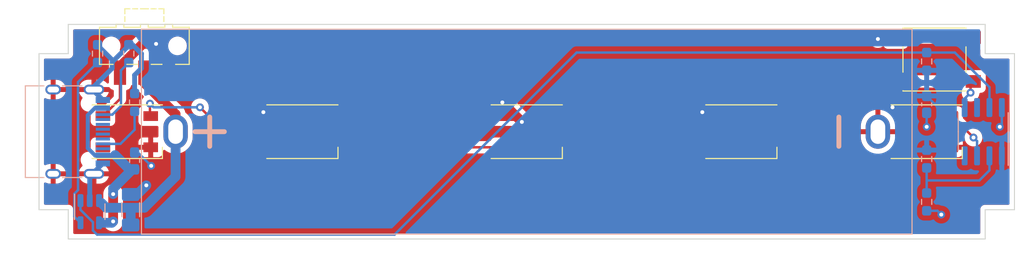
<source format=kicad_pcb>
(kicad_pcb (version 20211014) (generator pcbnew)
  (layers (0 "F.Cu" signal) (31 "B.Cu" signal) (34 "B.Paste" user) (35 "F.Paste" user) (36 "B.SilkS" user "B.Silkscreen") (37 "F.SilkS" user "F.Silkscreen") (38 "B.Mask" user) (39 "F.Mask" user) (44 "Edge.Cuts" user))
  (net 0 "")
  (net 1 "Net-(BT1-Pad1)")
  (net 2 "Earth")
  (net 3 "+BATT")
  (net 4 "+5V")
  (net 5 "Net-(D1-Pad4)")
  (net 6 "Net-(D1-Pad2)")
  (net 7 "Net-(D2-Pad2)")
  (net 8 "Net-(D3-Pad2)")
  (net 9 "Net-(D4-Pad2)")
  (net 12 "Net-(J1-PadB5)")
  (net 17 "Net-(J1-PadA5)")
  (net 19 "Net-(R3-Pad1)")
  (net 20 "/CHGSTAT")
  (net 21 "/BATSTAT")
  (net 22 "Net-(SW1-Pad1)")
  (net 25 "/UPDI")
  (footprint "LED_SMD:LED_WS2812B_PLCC4_5.0x5.0mm_P3.2mm" (layer "F.Cu") (at 109 56)
    (fp_text reference "D3" hide)
    (fp_text value "WS2812B" hide)
    (fp_line (start -3.65 2.75) (end 3.65 2.75) (layer "F.SilkS") (width 0.12))
    (fp_line (start 3.65 2.75) (end 3.65 1.6) (layer "F.SilkS") (width 0.12))
    (fp_line (start -3.65 -2.75) (end 3.65 -2.75) (layer "F.SilkS") (width 0.12))
    (pad "1" smd rect locked (at -2.45 -1.6) (size 1.5 1) (layers "F.Cu" "F.Paste" "F.Mask") (net 3 "+BATT"))
    (pad "2" smd rect locked (at -2.45 1.6) (size 1.5 1) (layers "F.Cu" "F.Paste" "F.Mask") (net 8 "Net-(D3-Pad2)"))
    (pad "3" smd rect locked (at 2.45 1.6) (size 1.5 1) (layers "F.Cu" "F.Paste" "F.Mask") (net 2 "Earth"))
    (pad "4" smd rect locked (at 2.45 -1.6) (size 1.5 1) (layers "F.Cu" "F.Paste" "F.Mask") (net 7 "Net-(D2-Pad2)"))
  )
  (footprint "LED_SMD:LED_WS2812B_PLCC4_5.0x5.0mm_P3.2mm" (layer "F.Cu") (at 131 56)
    (fp_text reference "D2" hide)
    (fp_text value "WS2812B" hide)
    (fp_line (start -3.65 2.75) (end 3.65 2.75) (layer "F.SilkS") (width 0.12))
    (fp_line (start -3.65 -2.75) (end 3.65 -2.75) (layer "F.SilkS") (width 0.12))
    (fp_line (start 3.65 2.75) (end 3.65 1.6) (layer "F.SilkS") (width 0.12))
    (pad "1" smd rect locked (at -2.45 -1.6) (size 1.5 1) (layers "F.Cu" "F.Paste" "F.Mask") (net 3 "+BATT"))
    (pad "2" smd rect locked (at -2.45 1.6) (size 1.5 1) (layers "F.Cu" "F.Paste" "F.Mask") (net 7 "Net-(D2-Pad2)"))
    (pad "3" smd rect locked (at 2.45 1.6) (size 1.5 1) (layers "F.Cu" "F.Paste" "F.Mask") (net 2 "Earth"))
    (pad "4" smd rect locked (at 2.45 -1.6) (size 1.5 1) (layers "F.Cu" "F.Paste" "F.Mask") (net 6 "Net-(D1-Pad2)"))
  )
  (footprint "LED_SMD:LED_WS2812B_PLCC4_5.0x5.0mm_P3.2mm" (layer "F.Cu") (at 86 56)
    (fp_text reference "D4" hide)
    (fp_text value "WS2812B" hide)
    (fp_line (start -3.65 2.75) (end 3.65 2.75) (layer "F.SilkS") (width 0.12))
    (fp_line (start -3.65 -2.75) (end 3.65 -2.75) (layer "F.SilkS") (width 0.12))
    (fp_line (start 3.65 2.75) (end 3.65 1.6) (layer "F.SilkS") (width 0.12))
    (pad "1" smd rect locked (at -2.45 -1.6) (size 1.5 1) (layers "F.Cu" "F.Paste" "F.Mask") (net 3 "+BATT"))
    (pad "2" smd rect locked (at -2.45 1.6) (size 1.5 1) (layers "F.Cu" "F.Paste" "F.Mask") (net 9 "Net-(D4-Pad2)"))
    (pad "3" smd rect locked (at 2.45 1.6) (size 1.5 1) (layers "F.Cu" "F.Paste" "F.Mask") (net 2 "Earth"))
    (pad "4" smd rect locked (at 2.45 -1.6) (size 1.5 1) (layers "F.Cu" "F.Paste" "F.Mask") (net 8 "Net-(D3-Pad2)"))
  )
  (footprint "Button_Switch_SMD:SW_Push_1P1T_NO_6x6mm_H9.5mm" (layer "F.Cu") (at 150.8 48.6 180)
    (fp_text reference "SW1" hide)
    (fp_text value "SW_SPST" hide)
    (fp_line (start -3.23 -3.2) (end -3.23 -3.23) (layer "F.SilkS") (width 0.12))
    (fp_line (start 3.23 3.23) (end 3.23 3.2) (layer "F.SilkS") (width 0.12))
    (fp_line (start 3.23 -3.23) (end 3.23 -3.2) (layer "F.SilkS") (width 0.12))
    (fp_line (start -3.23 3.23) (end -3.23 3.2) (layer "F.SilkS") (width 0.12))
    (fp_line (start -3.23 3.23) (end 3.23 3.23) (layer "F.SilkS") (width 0.12))
    (fp_line (start 3.23 -1.3) (end 3.23 1.3) (layer "F.SilkS") (width 0.12))
    (fp_line (start -3.23 -1.3) (end -3.23 1.3) (layer "F.SilkS") (width 0.12))
    (fp_line (start -3.23 -3.23) (end 3.23 -3.23) (layer "F.SilkS") (width 0.12))
    (pad "1" smd rect locked (at -3.975 -2.25 180) (size 1.55 1.3) (layers "F.Cu" "F.Paste" "F.Mask") (net 22 "Net-(SW1-Pad1)"))
    (pad "1" smd rect locked (at 3.975 -2.25 180) (size 1.55 1.3) (layers "F.Cu" "F.Paste" "F.Mask") (net 22 "Net-(SW1-Pad1)"))
    (pad "2" smd rect locked (at 3.975 2.25 180) (size 1.55 1.3) (layers "F.Cu" "F.Paste" "F.Mask") (net 3 "+BATT"))
    (pad "2" smd rect locked (at -3.975 2.25 180) (size 1.55 1.3) (layers "F.Cu" "F.Paste" "F.Mask") (net 3 "+BATT"))
  )
  (footprint "LED_SMD:LED_WS2812B_PLCC4_5.0x5.0mm_P3.2mm" (layer "F.Cu") (at 150 56)
    (fp_text reference "D1" hide)
    (fp_text value "WS2812B" hide)
    (fp_line (start 3.65 2.75) (end 3.65 1.6) (layer "F.SilkS") (width 0.12))
    (fp_line (start -3.65 -2.75) (end 3.65 -2.75) (layer "F.SilkS") (width 0.12))
    (fp_line (start -3.65 2.75) (end 3.65 2.75) (layer "F.SilkS") (width 0.12))
    (pad "1" smd rect locked (at -2.45 -1.6) (size 1.5 1) (layers "F.Cu" "F.Paste" "F.Mask") (net 3 "+BATT"))
    (pad "2" smd rect locked (at -2.45 1.6) (size 1.5 1) (layers "F.Cu" "F.Paste" "F.Mask") (net 6 "Net-(D1-Pad2)"))
    (pad "3" smd rect locked (at 2.45 1.6) (size 1.5 1) (layers "F.Cu" "F.Paste" "F.Mask") (net 2 "Earth"))
    (pad "4" smd rect locked (at 2.45 -1.6) (size 1.5 1) (layers "F.Cu" "F.Paste" "F.Mask") (net 5 "Net-(D1-Pad4)"))
  )
  (footprint "LED_SMD:LED_WS2812B_PLCC4_5.0x5.0mm_P3.2mm" (layer "F.Cu") (at 68 56)
    (fp_text reference "D5" hide)
    (fp_text value "WS2812B" hide)
    (fp_line (start -3.65 2.75) (end 3.65 2.75) (layer "F.SilkS") (width 0.12))
    (fp_line (start -3.65 -2.75) (end 3.65 -2.75) (layer "F.SilkS") (width 0.12))
    (fp_line (start 3.65 2.75) (end 3.65 1.6) (layer "F.SilkS") (width 0.12))
    (pad "1" smd rect locked (at -2.45 -1.6) (size 1.5 1) (layers "F.Cu" "F.Paste" "F.Mask") (net 3 "+BATT"))
    (pad "2" smd rect locked (at -2.45 1.6) (size 1.5 1) (layers "F.Cu" "F.Paste" "F.Mask"))
    (pad "3" smd rect locked (at 2.45 1.6) (size 1.5 1) (layers "F.Cu" "F.Paste" "F.Mask") (net 2 "Earth"))
    (pad "4" smd rect locked (at 2.45 -1.6) (size 1.5 1) (layers "F.Cu" "F.Paste" "F.Mask") (net 9 "Net-(D4-Pad2)"))
  )
  (footprint "Button_Switch_SMD:SW_SPDT_CK-JS102011SAQN" (layer "F.Cu") (at 69.8 47.2 180)
    (fp_text reference "SW2" hide)
    (fp_text value "SW_SPDT" hide)
    (fp_line (start -2.1 1.9) (end -2.1 2.2) (layer "F.SilkS") (width 0.12))
    (fp_line (start -2 3.8) (end -1.5 3.8) (layer "F.SilkS") (width 0.12))
    (fp_line (start 2 3) (end 2 2.5) (layer "F.SilkS") (width 0.12))
    (fp_line (start -4.6 1.9) (end -4.6 1.9) (layer "F.SilkS") (width 0.12))
    (fp_line (start 2.1 2.2) (end 2.1 1.9) (layer "F.SilkS") (width 0.12))
    (fp_line (start -2.9 1.9) (end -4.6 1.9) (layer "F.SilkS") (width 0.12))
    (fp_line (start -4.6 -1.9) (end -3.2 -1.9) (layer "F.SilkS") (width 0.12))
    (fp_line (start -0.7 3.8) (end -0.7 3.8) (layer "F.SilkS") (width 0.12))
    (fp_line (start -4.6 1.9) (end -4.6 -1.9) (layer "F.SilkS") (width 0.12))
    (fp_line (start 4.6 1.9) (end 2.9 1.9) (layer "F.SilkS") (width 0.12))
    (fp_line (start -1.8 -1.9) (end -1.8 -1.9) (layer "F.SilkS") (width 0.12))
    (fp_line (start -0.4 2.2) (end -0.4 1.9) (layer "F.SilkS") (width 0.12))
    (fp_line (start 2 2.5) (end 2 2.5) (layer "F.SilkS") (width 0.12))
    (fp_line (start 2.1 1.9) (end 0.4 1.9) (layer "F.SilkS") (width 0.12))
    (fp_line (start -0.4 3.8) (end -0.4 3.8) (layer "F.SilkS") (width 0.12))
    (fp_line (start -1.2 3.8) (end -0.7 3.8) (layer "F.SilkS") (width 0.12))
    (fp_line (start -2.9 2.2) (end -2.9 1.9) (layer "F.SilkS") (width 0.12))
    (fp_line (start -2 3) (end -2 2.5) (layer "F.SilkS") (width 0.12))
    (fp_line (start 2 3.3) (end 2 3.3) (layer "F.SilkS") (width 0.12))
    (fp_line (start 2.9 1.9) (end 2.9 2.2) (layer "F.SilkS") (width 0.12))
    (fp_line (start 2.9 2.2) (end 2.1 2.2) (layer "F.SilkS") (width 0.12))
    (fp_line (start 2 3.8) (end 1.5 3.8) (layer "F.SilkS") (width 0.12))
    (fp_line (start -0.7 -1.9) (end -1.8 -1.9) (layer "F.SilkS") (width 0.12))
    (fp_line (start 0.4 3.8) (end -0.4 3.8) (layer "F.SilkS") (width 0.12))
    (fp_line (start 3.2 -1.9) (end 4.6 -1.9) (layer "F.SilkS") (width 0.12))
    (fp_line (start 0.7 -1.9) (end 0.7 -1.9) (layer "F.SilkS") (width 0.12))
    (fp_line (start -1.5 3.8) (end -1.5 3.8) (layer "F.SilkS") (width 0.12))
    (fp_line (start -0.4 1.9) (end -2.1 1.9) (layer "F.SilkS") (width 0.12))
    (fp_line (start 2 3.8) (end 2 3.3) (layer "F.SilkS") (width 0.12))
    (fp_line (start 0.4 2.2) (end -0.4 2.2) (layer "F.SilkS") (width 0.12))
    (fp_line (start 4.6 -1.9) (end 4.6 1.9) (layer "F.SilkS") (width 0.12))
    (fp_line (start 1.8 -1.9) (end 0.7 -1.9) (layer "F.SilkS") (width 0.12))
    (fp_line (start 0.7 3.8) (end 0.7 3.8) (layer "F.SilkS") (width 0.12))
    (fp_line (start 1.2 3.8) (end 0.7 3.8) (layer "F.SilkS") (width 0.12))
    (fp_line (start 0.4 1.9) (end 0.4 2.2) (layer "F.SilkS") (width 0.12))
    (fp_line (start -2 3.3) (end -2 3.3) (layer "F.SilkS") (width 0.12))
    (fp_line (start -2 2.5) (end -2 2.5) (layer "F.SilkS") (width 0.12))
    (fp_line (start -2.1 2.2) (end -2.9 2.2) (layer "F.SilkS") (width 0.12))
    (fp_line (start -2 3.8) (end -2 3.3) (layer "F.SilkS") (width 0.12))
    (fp_line (start 1.5 3.8) (end 1.5 3.8) (layer "F.SilkS") (width 0.12))
    (pad "" np_thru_hole circle locked (at 3.4 0 180) (size 0.9 0.9) (drill 0.9) (layers *.Cu *.Mask))
    (pad "" np_thru_hole circle locked (at -3.4 0 180) (size 0.9 0.9) (drill 0.9) (layers *.Cu *.Mask))
    (pad "1" smd rect locked (at -2.5 -2.75 180) (size 1.25 2.5) (layers "F.Cu" "F.Paste" "F.Mask"))
    (pad "2" smd rect locked (at 0 -2.75 180) (size 1.25 2.5) (layers "F.Cu" "F.Paste" "F.Mask") (net 1 "Net-(BT1-Pad1)"))
    (pad "3" smd rect locked (at 2.5 -2.75 180) (size 1.25 2.5) (layers "F.Cu" "F.Paste" "F.Mask") (net 3 "+BATT"))
  )
  (footprint "Resistor_SMD:R_0603_1608Metric_Pad0.98x0.95mm_HandSolder" (layer "B.Cu") (at 150 58.8 -90)
    (fp_text reference "R5" hide)
    (fp_text value "10k")
    (fp_line (start -0.254724 -0.5225) (end 0.254724 -0.5225) (layer "B.SilkS") (width 0.12))
    (fp_line (start -0.254724 0.5225) (end 0.254724 0.5225) (layer "B.SilkS") (width 0.12))
    (pad "1" smd roundrect locked (at -0.9125 0 270) (size 0.975 0.95) (layers "B.Cu" "B.Paste" "B.Mask") (net 3 "+BATT"))
    (pad "2" smd roundrect locked (at 0.9125 0 270) (size 0.975 0.95) (layers "B.Cu" "B.Paste" "B.Mask") (net 21 "/BATSTAT"))
  )
  (footprint "Connector_USB:USB_C_Receptacle_HRO_TYPE-C-31-M-12" (layer "B.Cu") (at 61.5 56 90)
    (fp_text reference "J1" hide)
    (fp_text value "USB_C_Receptacle_USB2.0")
    (fp_line (start 4.7 1.9) (end 4.7 -0.1) (layer "B.SilkS") (width 0.12))
    (fp_line (start -4.7 1.9) (end -4.7 -0.1) (layer "B.SilkS") (width 0.12))
    (fp_line (start -4.7 -3.9) (end 4.7 -3.9) (layer "B.SilkS") (width 0.12))
    (fp_line (start -4.7 -2) (end -4.7 -3.9) (layer "B.SilkS") (width 0.12))
    (fp_line (start 4.7 -2) (end 4.7 -3.9) (layer "B.SilkS") (width 0.12))
    (pad "" np_thru_hole circle locked (at 2.89 2.6 90) (size 0.65 0.65) (drill 0.65) (layers *.Cu *.Mask))
    (pad "" np_thru_hole circle locked (at -2.89 2.6 90) (size 0.65 0.65) (drill 0.65) (layers *.Cu *.Mask))
    (pad "A1" smd rect locked (at -3.25 4.045 90) (size 0.6 1.45) (layers "B.Cu" "B.Paste" "B.Mask") (net 2 "Earth"))
    (pad "A4" smd rect locked (at -2.45 4.045 90) (size 0.6 1.45) (layers "B.Cu" "B.Paste" "B.Mask") (net 4 "+5V"))
    (pad "A5" smd rect locked (at -1.25 4.045 90) (size 0.3 1.45) (layers "B.Cu" "B.Paste" "B.Mask") (net 17 "Net-(J1-PadA5)"))
    (pad "A6" smd rect locked (at -0.25 4.045 90) (size 0.3 1.45) (layers "B.Cu" "B.Paste" "B.Mask"))
    (pad "A7" smd rect locked (at 0.25 4.045 90) (size 0.3 1.45) (layers "B.Cu" "B.Paste" "B.Mask"))
    (pad "A8" smd rect locked (at 1.25 4.045 90) (size 0.3 1.45) (layers "B.Cu" "B.Paste" "B.Mask"))
    (pad "A9" smd rect locked (at 2.45 4.045 90) (size 0.6 1.45) (layers "B.Cu" "B.Paste" "B.Mask") (net 4 "+5V"))
    (pad "A12" smd rect locked (at 3.25 4.045 90) (size 0.6 1.45) (layers "B.Cu" "B.Paste" "B.Mask") (net 2 "Earth"))
    (pad "B1" smd rect locked (at 3.25 4.045 90) (size 0.6 1.45) (layers "B.Cu" "B.Paste" "B.Mask") (net 2 "Earth"))
    (pad "B4" smd rect locked (at 2.45 4.045 90) (size 0.6 1.45) (layers "B.Cu" "B.Paste" "B.Mask") (net 4 "+5V"))
    (pad "B5" smd rect locked (at 1.75 4.045 90) (size 0.3 1.45) (layers "B.Cu" "B.Paste" "B.Mask") (net 12 "Net-(J1-PadB5)"))
    (pad "B6" smd rect locked (at 0.75 4.045 90) (size 0.3 1.45) (layers "B.Cu" "B.Paste" "B.Mask"))
    (pad "B7" smd rect locked (at -0.75 4.045 90) (size 0.3 1.45) (layers "B.Cu" "B.Paste" "B.Mask"))
    (pad "B8" smd rect locked (at -1.75 4.045 90) (size 0.3 1.45) (layers "B.Cu" "B.Paste" "B.Mask"))
    (pad "B9" smd rect locked (at -2.45 4.045 90) (size 0.6 1.45) (layers "B.Cu" "B.Paste" "B.Mask") (net 4 "+5V"))
    (pad "B12" smd rect locked (at -3.25 4.045 90) (size 0.6 1.45) (layers "B.Cu" "B.Paste" "B.Mask") (net 2 "Earth"))
    (pad "S1" thru_hole oval locked (at 4.32 3.13 90) (size 1 2.1) (drill oval 0.6 1.7) (layers *.Cu *.Mask) (net 2 "Earth"))
    (pad "S1" thru_hole oval locked (at -4.32 3.13 90) (size 1 2.1) (drill oval 0.6 1.7) (layers *.Cu *.Mask) (net 2 "Earth"))
    (pad "S1" thru_hole oval locked (at 4.32 -1.05 90) (size 1 1.6) (drill oval 0.6 1.2) (layers *.Cu *.Mask) (net 2 "Earth"))
    (pad "S1" thru_hole oval locked (at -4.32 -1.05 90) (size 1 1.6) (drill oval 0.6 1.2) (layers *.Cu *.Mask) (net 2 "Earth"))
  )
  (footprint "Adams:CB-18650-PC2" (layer "B.Cu") (at 109 56)
    (fp_text reference "BT1" hide)
    (fp_text value "Battery_Cell" hide)
    (fp_line (start 39.5 10.5) (end 39.5 -10.5) (layer "B.SilkS") (width 0.12))
    (fp_line (start -34 0) (end -31 0) (layer "B.SilkS") (width 0.5))
    (fp_line (start 32 1.5) (end 32 -1.5) (layer "B.SilkS") (width 0.5))
    (fp_line (start -39.5 10.5) (end 39.5 10.5) (layer "B.SilkS") (width 0.12))
    (fp_line (start -32.5 1.5) (end -32.5 -1.5) (layer "B.SilkS") (width 0.5))
    (fp_line (start 39.5 -10.5) (end -39.5 -10.5) (layer "B.SilkS") (width 0.12))
    (fp_line (start -39.5 -10.5) (end -39.5 10.5) (layer "B.SilkS") (width 0.12))
    (pad "1" thru_hole oval (at -36 0 270) (size 3.5 2.5) (drill oval 2.5 1.5) (layers *.Cu *.Mask) (net 1 "Net-(BT1-Pad1)"))
    (pad "2" thru_hole oval (at 36 0 270) (size 3.5 2.5) (drill oval 2.5 1.5) (layers *.Cu *.Mask) (net 2 "Earth"))
  )
  (footprint "Resistor_SMD:R_0603_1608Metric_Pad0.98x0.95mm_HandSolder" (layer "B.Cu") (at 68.2 48 90)
    (fp_text reference "R1" hide)
    (fp_text value "5.1k")
    (fp_line (start -0.254724 -0.5225) (end 0.254724 -0.5225) (layer "B.SilkS") (width 0.12))
    (fp_line (start -0.254724 0.5225) (end 0.254724 0.5225) (layer "B.SilkS") (width 0.12))
    (pad "1" smd roundrect locked (at -0.9125 0 90) (size 0.975 0.95) (layers "B.Cu" "B.Paste" "B.Mask") (net 12 "Net-(J1-PadB5)"))
    (pad "2" smd roundrect locked (at 0.9125 0 90) (size 0.975 0.95) (layers "B.Cu" "B.Paste" "B.Mask") (net 2 "Earth"))
  )
  (footprint "Resistor_SMD:R_0603_1608Metric_Pad0.98x0.95mm_HandSolder" (layer "B.Cu") (at 68.8 53 90)
    (fp_text reference "R2" hide)
    (fp_text value "5.1k")
    (fp_line (start -0.254724 -0.5225) (end 0.254724 -0.5225) (layer "B.SilkS") (width 0.12))
    (fp_line (start -0.254724 0.5225) (end 0.254724 0.5225) (layer "B.SilkS") (width 0.12))
    (pad "1" smd roundrect locked (at -0.9125 0 90) (size 0.975 0.95) (layers "B.Cu" "B.Paste" "B.Mask") (net 17 "Net-(J1-PadA5)"))
    (pad "2" smd roundrect locked (at 0.9125 0 90) (size 0.975 0.95) (layers "B.Cu" "B.Paste" "B.Mask") (net 2 "Earth"))
  )
  (footprint "Capacitor_SMD:C_1206_3216Metric_Pad1.33x1.80mm_HandSolder" (layer "B.Cu") (at 68.4 64 90)
    (fp_text reference "C3" hide)
    (fp_text value "4.7uF")
    (fp_line (start -0.711252 -0.91) (end 0.711252 -0.91) (layer "B.SilkS") (width 0.12))
    (fp_line (start -0.711252 0.91) (end 0.711252 0.91) (layer "B.SilkS") (width 0.12))
    (pad "1" smd roundrect locked (at -1.5625 0 90) (size 1.325 1.8) (layers "B.Cu" "B.Paste" "B.Mask") (roundrect_rratio 0.1886792453) (net 1 "Net-(BT1-Pad1)"))
    (pad "2" smd roundrect locked (at 1.5625 0 90) (size 1.325 1.8) (layers "B.Cu" "B.Paste" "B.Mask") (roundrect_rratio 0.1886792453) (net 2 "Earth"))
  )
  (footprint "Capacitor_SMD:C_0603_1608Metric_Pad1.08x0.95mm_HandSolder" (layer "B.Cu") (at 150 53.2 -90)
    (fp_text reference "C1" hide)
    (fp_text value "220nF")
    (fp_line (start -0.146267 0.51) (end 0.146267 0.51) (layer "B.SilkS") (width 0.12))
    (fp_line (start -0.146267 -0.51) (end 0.146267 -0.51) (layer "B.SilkS") (width 0.12))
    (pad "1" smd roundrect locked (at -0.8625 0 270) (size 1.075 0.95) (layers "B.Cu" "B.Paste" "B.Mask") (net 3 "+BATT"))
    (pad "2" smd roundrect locked (at 0.8625 0 270) (size 1.075 0.95) (layers "B.Cu" "B.Paste" "B.Mask") (net 2 "Earth"))
  )
  (footprint "Package_TO_SOT_SMD:SOT-23-5" (layer "B.Cu") (at 64.2 64.2 -90)
    (fp_text reference "U2" hide)
    (fp_text value "MCP73831-2-OT" hide)
    (fp_line (start 0 1.56) (end -1.8 1.56) (layer "B.SilkS") (width 0.12))
    (fp_line (start 0 1.56) (end 0.8 1.56) (layer "B.SilkS") (width 0.12))
    (fp_line (start 0 -1.56) (end 0.8 -1.56) (layer "B.SilkS") (width 0.12))
    (fp_line (start 0 -1.56) (end -0.8 -1.56) (layer "B.SilkS") (width 0.12))
    (pad "1" smd roundrect locked (at -1.1375 0.95 270) (size 1.325 0.6) (layers "B.Cu" "B.Paste" "B.Mask") (net 20 "/CHGSTAT"))
    (pad "2" smd roundrect locked (at -1.1375 0 270) (size 1.325 0.6) (layers "B.Cu" "B.Paste" "B.Mask") (net 2 "Earth"))
    (pad "3" smd roundrect locked (at -1.1375 -0.95 270) (size 1.325 0.6) (layers "B.Cu" "B.Paste" "B.Mask") (net 1 "Net-(BT1-Pad1)"))
    (pad "4" smd roundrect locked (at 1.1375 -0.95 270) (size 1.325 0.6) (layers "B.Cu" "B.Paste" "B.Mask") (net 4 "+5V"))
    (pad "5" smd roundrect locked (at 1.1375 0.95 270) (size 1.325 0.6) (layers "B.Cu" "B.Paste" "B.Mask") (net 19 "Net-(R3-Pad1)"))
  )
  (footprint "Package_SO:SOIC-8_3.9x4.9mm_P1.27mm" (layer "B.Cu") (at 155.8 56 90)
    (fp_text reference "U1" hide)
    (fp_text value "ATtiny412-SS" hide)
    (fp_line (start 0 -2.56) (end 1.95 -2.56) (layer "B.SilkS") (width 0.12))
    (fp_line (start 0 2.56) (end 1.95 2.56) (layer "B.SilkS") (width 0.12))
    (fp_line (start 0 2.56) (end -3.45 2.56) (layer "B.SilkS") (width 0.12))
    (fp_line (start 0 -2.56) (end -1.95 -2.56) (layer "B.SilkS") (width 0.12))
    (pad "1" smd roundrect locked (at -2.475 1.905 90) (size 1.95 0.6) (layers "B.Cu" "B.Paste" "B.Mask") (net 3 "+BATT"))
    (pad "2" smd roundrect locked (at -2.475 0.635 90) (size 1.95 0.6) (layers "B.Cu" "B.Paste" "B.Mask") (net 21 "/BATSTAT"))
    (pad "3" smd roundrect locked (at -2.475 -0.635 90) (size 1.95 0.6) (layers "B.Cu" "B.Paste" "B.Mask") (net 5 "Net-(D1-Pad4)"))
    (pad "4" smd roundrect locked (at -2.475 -1.905 90) (size 1.95 0.6) (layers "B.Cu" "B.Paste" "B.Mask"))
    (pad "5" smd roundrect locked (at 2.475 -1.905 90) (size 1.95 0.6) (layers "B.Cu" "B.Paste" "B.Mask") (net 22 "Net-(SW1-Pad1)"))
    (pad "6" smd roundrect locked (at 2.475 -0.635 90) (size 1.95 0.6) (layers "B.Cu" "B.Paste" "B.Mask") (net 25 "/UPDI"))
    (pad "7" smd roundrect locked (at 2.475 0.635 90) (size 1.95 0.6) (layers "B.Cu" "B.Paste" "B.Mask") (net 20 "/CHGSTAT"))
    (pad "8" smd roundrect locked (at 2.475 1.905 90) (size 1.95 0.6) (layers "B.Cu" "B.Paste" "B.Mask") (net 2 "Earth"))
  )
  (footprint "Resistor_SMD:R_0603_1608Metric_Pad0.98x0.95mm_HandSolder" (layer "B.Cu") (at 150 63.2 -90)
    (fp_text reference "R6" hide)
    (fp_text value "10k")
    (fp_line (start -0.254724 -0.5225) (end 0.254724 -0.5225) (layer "B.SilkS") (width 0.12))
    (fp_line (start -0.254724 0.5225) (end 0.254724 0.5225) (layer "B.SilkS") (width 0.12))
    (pad "1" smd roundrect locked (at -0.9125 0 270) (size 0.975 0.95) (layers "B.Cu" "B.Paste" "B.Mask") (net 21 "/BATSTAT"))
    (pad "2" smd roundrect locked (at 0.9125 0 270) (size 0.975 0.95) (layers "B.Cu" "B.Paste" "B.Mask") (net 2 "Earth"))
  )
  (footprint "Capacitor_SMD:C_0603_1608Metric_Pad1.08x0.95mm_HandSolder" (layer "B.Cu") (at 68.8 59 90)
    (fp_text reference "C2" hide)
    (fp_text value "220nF")
    (fp_line (start -0.146267 -0.51) (end 0.146267 -0.51) (layer "B.SilkS") (width 0.12))
    (fp_line (start -0.146267 0.51) (end 0.146267 0.51) (layer "B.SilkS") (width 0.12))
    (pad "1" smd roundrect locked (at -0.8625 0 90) (size 1.075 0.95) (layers "B.Cu" "B.Paste" "B.Mask") (net 4 "+5V"))
    (pad "2" smd roundrect locked (at 0.8625 0 90) (size 1.075 0.95) (layers "B.Cu" "B.Paste" "B.Mask") (net 2 "Earth"))
  )
  (footprint "Resistor_SMD:R_0603_1608Metric_Pad0.98x0.95mm_HandSolder" (layer "B.Cu") (at 65 48 90)
    (fp_text reference "R3" hide)
    (fp_text value "2k2")
    (fp_line (start -0.254724 0.5225) (end 0.254724 0.5225) (layer "B.SilkS") (width 0.12))
    (fp_line (start -0.254724 -0.5225) (end 0.254724 -0.5225) (layer "B.SilkS") (width 0.12))
    (pad "1" smd roundrect locked (at -0.9125 0 90) (size 0.975 0.95) (layers "B.Cu" "B.Paste" "B.Mask") (net 19 "Net-(R3-Pad1)"))
    (pad "2" smd roundrect locked (at 0.9125 0 90) (size 0.975 0.95) (layers "B.Cu" "B.Paste" "B.Mask") (net 2 "Earth"))
  )
  (footprint "Resistor_SMD:R_0603_1608Metric_Pad0.98x0.95mm_HandSolder" (layer "B.Cu") (at 150 48.8 -90)
    (fp_text reference "R4" hide)
    (fp_text value "10k")
    (fp_line (start -0.254724 0.5225) (end 0.254724 0.5225) (layer "B.SilkS") (width 0.12))
    (fp_line (start -0.254724 -0.5225) (end 0.254724 -0.5225) (layer "B.SilkS") (width 0.12))
    (pad "1" smd roundrect locked (at -0.9125 0 270) (size 0.975 0.95) (layers "B.Cu" "B.Paste" "B.Mask") (net 20 "/CHGSTAT"))
    (pad "2" smd roundrect locked (at 0.9125 0 270) (size 0.975 0.95) (layers "B.Cu" "B.Paste" "B.Mask") (net 3 "+BATT"))
  )
  (gr_line (start 159 48) (end 159 64) (layer "Edge.Cuts") (width 0.1))
  (gr_line (start 59 64) (end 59 48) (layer "Edge.Cuts") (width 0.1))
  (gr_line (start 156 45) (end 156 48) (layer "Edge.Cuts") (width 0.1))
  (gr_line (start 62 45) (end 156 45) (layer "Edge.Cuts") (width 0.1))
  (gr_line (start 156 48) (end 159 48) (layer "Edge.Cuts") (width 0.1))
  (gr_line (start 62 67) (end 62 64) (layer "Edge.Cuts") (width 0.1))
  (gr_line (start 156 67) (end 62 67) (layer "Edge.Cuts") (width 0.1))
  (gr_line (start 159 64) (end 156 64) (layer "Edge.Cuts") (width 0.1))
  (gr_line (start 62 48) (end 62 45) (layer "Edge.Cuts") (width 0.1))
  (gr_line (start 59 48) (end 62 48) (layer "Edge.Cuts") (width 0.1))
  (gr_line (start 156 64) (end 156 67) (layer "Edge.Cuts") (width 0.1))
  (gr_line (start 62 64) (end 59 64) (layer "Edge.Cuts") (width 0.1))
  (segment (start 69.8 49.95) (end 69.8 51) (width 1) (layer "F.Cu") (net 1))
  (segment (start 73 54.2) (end 73 56) (width 1) (layer "F.Cu") (net 1))
  (segment (start 69.8 51) (end 73 54.2) (width 1) (layer "F.Cu") (net 1))
  (segment (start 69.80048 63.79952) (end 73 60.6) (width 1) (layer "B.Cu") (net 1))
  (segment (start 68.4 63.79952) (end 65.88702 63.79952) (width 1) (layer "B.Cu") (net 1))
  (segment (start 68.6 63.8) (end 68.60048 63.79952) (width 1) (layer "B.Cu") (net 1))
  (segment (start 73 60.6) (end 73 56) (width 1) (layer "B.Cu") (net 1))
  (segment (start 68.4 65.5625) (end 68.4 63.79952) (width 1) (layer "B.Cu") (net 1))
  (segment (start 68.60048 63.79952) (end 69.80048 63.79952) (width 1) (layer "B.Cu") (net 1))
  (segment (start 65.88702 63.79952) (end 65.4 63.3125) (width 1) (layer "B.Cu") (net 1))
  (via (at 70 61.5) (size 0.8) (drill 0.4) (layers "F.Cu" "B.Cu") (net 2))
  (via (at 70.5 59.5) (size 0.8) (drill 0.4) (layers "F.Cu" "B.Cu") (net 2))
  (via (at 157.5 55.5) (size 0.8) (drill 0.4) (layers "F.Cu" "B.Cu") (net 2))
  (via (at 151.5 64.5) (size 0.8) (drill 0.4) (layers "F.Cu" "B.Cu") (net 2))
  (via (at 150 55.5) (size 0.8) (drill 0.4) (layers "F.Cu" "B.Cu") (net 2))
  (segment (start 66.5 48.860707) (end 68.2 47.160707) (width 0.5) (layer "B.Cu") (net 2))
  (segment (start 157.705 53.525) (end 157.705 55.295) (width 0.25) (layer "B.Cu") (net 2))
  (segment (start 68.2 47.0875) (end 68.5875 47.0875) (width 0.5) (layer "B.Cu") (net 2))
  (segment (start 150 64.1125) (end 151.1125 64.1125) (width 0.25) (layer "B.Cu") (net 2))
  (segment (start 69.0625 62.4375) (end 70 61.5) (width 1) (layer "B.Cu") (net 2))
  (segment (start 64.63 51.68) (end 64.63 51.835) (width 0.5) (layer "B.Cu") (net 2))
  (segment (start 68.8 50.2) (end 68.8 52.0875) (width 0.5) (layer "B.Cu") (net 2))
  (segment (start 64.63 60.32) (end 64.2 60.75) (width 0.5) (layer "B.Cu") (net 2))
  (segment (start 65 47.142827) (end 66.5 48.642827) (width 0.5) (layer "B.Cu") (net 2))
  (segment (start 157.705 55.295) (end 157.5 55.5) (width 0.25) (layer "B.Cu") (net 2))
  (segment (start 151.1125 64.1125) (end 151.5 64.5) (width 0.25) (layer "B.Cu") (net 2))
  (segment (start 66.5 49) (end 66.5 48.860707) (width 0.5) (layer "B.Cu") (net 2))
  (segment (start 64.63 60.165) (end 65.545 59.25) (width 0.5) (layer "B.Cu") (net 2))
  (segment (start 66.5 49.5) (end 66.5 49) (width 0.5) (layer "B.Cu") (net 2))
  (segment (start 68.4 62.4375) (end 69.0625 62.4375) (width 1) (layer "B.Cu") (net 2))
  (segment (start 68.5875 47.0875) (end 69.5 48) (width 0.5) (layer "B.Cu") (net 2))
  (segment (start 64.63 51.68) (end 64.63 51.37) (width 0.5) (layer "B.Cu") (net 2))
  (segment (start 65 47.0875) (end 65 47.142827) (width 0.5) (layer "B.Cu") (net 2))
  (segment (start 64.63 51.835) (end 65.545 52.75) (width 0.5) (layer "B.Cu") (net 2))
  (segment (start 150 54.0625) (end 150 55.5) (width 0.25) (layer "B.Cu") (net 2))
  (segment (start 69.5 49.5) (end 68.8 50.2) (width 0.5) (layer "B.Cu") (net 2))
  (segment (start 69.1375 58.1375) (end 70.5 59.5) (width 0.25) (layer "B.Cu") (net 2))
  (segment (start 64.2 60.75) (end 64.2 63.0625) (width 0.5) (layer "B.Cu") (net 2))
  (segment (start 64.63 51.37) (end 66.5 49.5) (width 0.5) (layer "B.Cu") (net 2))
  (segment (start 69.5 48) (end 69.5 49.5) (width 0.5) (layer "B.Cu") (net 2))
  (segment (start 64.63 60.32) (end 64.63 60.165) (width 0.5) (layer "B.Cu") (net 2))
  (segment (start 68.2 47.160707) (end 68.2 47.0875) (width 0.5) (layer "B.Cu") (net 2))
  (segment (start 68.8 58.1375) (end 69.1375 58.1375) (width 0.25) (layer "B.Cu") (net 2))
  (segment (start 66.5 48.642827) (end 66.5 49) (width 0.5) (layer "B.Cu") (net 2))
  (segment (start 128.55 54.4) (end 127.4 54.4) (width 0.25) (layer "F.Cu") (net 3))
  (segment (start 145.15 46.35) (end 145 46.5) (width 0.25) (layer "F.Cu") (net 3))
  (segment (start 67.3 49.325) (end 69.625 47) (width 1) (layer "F.Cu") (net 3))
  (segment (start 154.775 46.35) (end 146.825 46.35) (width 0.25) (layer "F.Cu") (net 3))
  (segment (start 107.9 54.4) (end 106.55 54.4) (width 1) (layer "F.Cu") (net 3))
  (segment (start 108.5 55) (end 106.5 53) (width 1) (layer "F.Cu") (net 3))
  (segment (start 67.3 49.95) (end 67.3 49.325) (width 1) (layer "F.Cu") (net 3))
  (segment (start 67.3 52.65) (end 67.3 49.95) (width 0.25) (layer "F.Cu") (net 3))
  (segment (start 83.55 54.4) (end 82.4 54.4) (width 0.25) (layer "F.Cu") (net 3))
  (segment (start 65.55 54.4) (end 67.3 52.65) (width 0.25) (layer "F.Cu") (net 3))
  (segment (start 127.4 54.4) (end 127 54) (width 0.25) (layer "F.Cu") (net 3))
  (segment (start 82.4 54.4) (end 82 54) (width 0.25) (layer "F.Cu") (net 3))
  (segment (start 69.625 47) (end 71 47) (width 1) (layer "F.Cu") (net 3))
  (segment (start 146.825 46.35) (end 145.15 46.35) (width 0.25) (layer "F.Cu") (net 3))
  (segment (start 146.5 53.5) (end 147.4 54.4) (width 0.25) (layer "F.Cu") (net 3))
  (segment (start 108.5 55) (end 107.9 54.4) (width 1) (layer "F.Cu") (net 3))
  (segment (start 147.4 54.4) (end 147.55 54.4) (width 0.25) (layer "F.Cu") (net 3))
  (via (at 106.5 53) (size 0.8) (drill 0.4) (layers "F.Cu" "B.Cu") (net 3))
  (via (at 108.5 55) (size 0.8) (drill 0.4) (layers "F.Cu" "B.Cu") (net 3))
  (via (at 127 54) (size 0.8) (drill 0.4) (layers "F.Cu" "B.Cu") (net 3))
  (via (at 146.5 53.5) (size 0.8) (drill 0.4) (layers "F.Cu" "B.Cu") (net 3))
  (via (at 82 54) (size 0.8) (drill 0.4) (layers "F.Cu" "B.Cu") (net 3))
  (via (at 71 47) (size 0.8) (drill 0.4) (layers "F.Cu" "B.Cu") (net 3))
  (via (at 145 46.5) (size 0.8) (drill 0.4) (layers "F.Cu" "B.Cu") (net 3))
  (segment (start 157.705 58.475) (end 157.705 57.105) (width 0.25) (layer "B.Cu") (net 3))
  (segment (start 153.0625 55.4) (end 150 52.3375) (width 0.25) (layer "B.Cu") (net 3))
  (segment (start 156 55.4) (end 153.0625 55.4) (width 0.25) (layer "B.Cu") (net 3))
  (segment (start 157.705 57.105) (end 156 55.4) (width 0.25) (layer "B.Cu") (net 3))
  (segment (start 66.6 62.4) (end 66.6 65.2) (width 1) (layer "F.Cu") (net 4))
  (via (at 66.6 62.4) (size 0.8) (drill 0.4) (layers "F.Cu" "B.Cu") (net 4))
  (via (at 66.6 65.2) (size 0.8) (drill 0.4) (layers "F.Cu" "B.Cu") (net 4))
  (segment (start 64 57.690135) (end 64.759865 58.45) (width 0.4064) (layer "B.Cu") (net 4))
  (segment (start 66.8 58.4) (end 66.75 58.45) (width 0.5) (layer "B.Cu") (net 4))
  (segment (start 68.569676 59.8625) (end 68.8 59.8625) (width 1) (layer "B.Cu") (net 4))
  (segment (start 65.545 53.55) (end 64.759865 53.55) (width 0.4064) (layer "B.Cu") (net 4))
  (segment (start 64 54.309865) (end 64 57.690135) (width 0.4064) (layer "B.Cu") (net 4))
  (segment (start 64.759865 53.55) (end 64 54.309865) (width 0.4064) (layer "B.Cu") (net 4))
  (segment (start 66.6 65.2) (end 66.4625 65.3375) (width 1) (layer "B.Cu") (net 4))
  (segment (start 66.8 58.4) (end 68.2625 59.8625) (width 1) (layer "B.Cu") (net 4))
  (segment (start 66.75 58.45) (end 65.545 58.45) (width 0.5) (layer "B.Cu") (net 4))
  (segment (start 68.2625 59.8625) (end 68.8 59.8625) (width 1) (layer "B.Cu") (net 4))
  (segment (start 64.759865 58.45) (end 65.545 58.45) (width 0.4064) (layer "B.Cu") (net 4))
  (segment (start 66.6 61.832176) (end 68.569676 59.8625) (width 1) (layer "B.Cu") (net 4))
  (segment (start 66.4625 65.3375) (end 65.35 65.3375) (width 1) (layer "B.Cu") (net 4))
  (segment (start 66.6 62.4) (end 66.6 61.832176) (width 1) (layer "B.Cu") (net 4))
  (segment (start 154.8 56.6) (end 152.6 54.4) (width 0.25) (layer "F.Cu") (net 5))
  (segment (start 152.6 54.4) (end 152.45 54.4) (width 0.25) (layer "F.Cu") (net 5))
  (via (at 154.8 56.6) (size 0.8) (drill 0.4) (layers "F.Cu" "B.Cu") (net 5))
  (segment (start 155.165 56.965) (end 155.165 58.475) (width 0.25) (layer "B.Cu") (net 5))
  (segment (start 154.8 56.6) (end 155.165 56.965) (width 0.25) (layer "B.Cu") (net 5))
  (segment (start 146.65 58.5) (end 141 58.5) (width 0.25) (layer "F.Cu") (net 6))
  (segment (start 136.9 54.4) (end 133.45 54.4) (width 0.25) (layer "F.Cu") (net 6))
  (segment (start 141 58.5) (end 136.9 54.4) (width 0.25) (layer "F.Cu") (net 6))
  (segment (start 147.55 57.6) (end 146.65 58.5) (width 0.25) (layer "F.Cu") (net 6))
  (segment (start 121.6 57.6) (end 118.4 54.4) (width 0.25) (layer "F.Cu") (net 7))
  (segment (start 128.55 57.6) (end 121.6 57.6) (width 0.25) (layer "F.Cu") (net 7))
  (segment (start 118.4 54.4) (end 111.45 54.4) (width 0.25) (layer "F.Cu") (net 7))
  (segment (start 96.4 54.4) (end 88.45 54.4) (width 0.25) (layer "F.Cu") (net 8))
  (segment (start 99.6 57.6) (end 96.4 54.4) (width 0.25) (layer "F.Cu") (net 8))
  (segment (start 106.55 57.6) (end 99.6 57.6) (width 0.25) (layer "F.Cu") (net 8))
  (segment (start 70.372536 54.322536) (end 70.45 54.4) (width 0.25) (layer "F.Cu") (net 9))
  (segment (start 70.372536 53.127464) (end 70.372536 54.322536) (width 0.25) (layer "F.Cu") (net 9))
  (segment (start 79.6 57.6) (end 75.5 53.5) (width 0.25) (layer "F.Cu") (net 9))
  (segment (start 83.55 57.6) (end 79.6 57.6) (width 0.25) (layer "F.Cu") (net 9))
  (via (at 70.372536 53.127464) (size 0.8) (drill 0.4) (layers "F.Cu" "B.Cu") (net 9))
  (via (at 75.5 53.5) (size 0.8) (drill 0.4) (layers "F.Cu" "B.Cu") (net 9))
  (segment (start 70.745072 53.5) (end 70.372536 53.127464) (width 0.25) (layer "B.Cu") (net 9))
  (segment (start 75.5 53.5) (end 70.745072 53.5) (width 0.25) (layer "B.Cu") (net 9))
  (segment (start 66.52 54.25) (end 67.4 53.37) (width 0.25) (layer "B.Cu") (net 12))
  (segment (start 65.545 54.25) (end 66.52 54.25) (width 0.25) (layer "B.Cu") (net 12))
  (segment (start 67.4 49.7125) (end 68.2 48.9125) (width 0.25) (layer "B.Cu") (net 12))
  (segment (start 67.4 53.37) (end 67.4 49.7125) (width 0.25) (layer "B.Cu") (net 12))
  (segment (start 65.545 57.25) (end 67.35 57.25) (width 0.25) (layer "B.Cu") (net 17))
  (segment (start 68.8 55.8) (end 68.8 53.9125) (width 0.25) (layer "B.Cu") (net 17))
  (segment (start 67.35 57.25) (end 68.8 55.8) (width 0.25) (layer "B.Cu") (net 17))
  (segment (start 63 50.9125) (end 63 61.978928) (width 0.25) (layer "B.Cu") (net 19))
  (segment (start 63 61.978928) (end 62.62548 62.353448) (width 0.25) (layer "B.Cu") (net 19))
  (segment (start 62.62548 64.71298) (end 63.25 65.3375) (width 0.25) (layer "B.Cu") (net 19))
  (segment (start 65 48.9125) (end 63 50.9125) (width 0.25) (layer "B.Cu") (net 19))
  (segment (start 62.62548 62.353448) (end 62.62548 64.71298) (width 0.25) (layer "B.Cu") (net 19))
  (segment (start 63.25 64.003928) (end 64.52548 65.279408) (width 0.25) (layer "B.Cu") (net 20))
  (segment (start 64.94952 66.54952) (end 95.45048 66.54952) (width 0.25) (layer "B.Cu") (net 20))
  (segment (start 64.52548 65.279408) (end 64.52548 66.12548) (width 0.25) (layer "B.Cu") (net 20))
  (segment (start 95.45048 66.54952) (end 114.1125 47.8875) (width 0.25) (layer "B.Cu") (net 20))
  (segment (start 63.25 63.0625) (end 63.25 64.003928) (width 0.25) (layer "B.Cu") (net 20))
  (segment (start 150 47.8875) (end 152.8875 47.8875) (width 0.25) (layer "B.Cu") (net 20))
  (segment (start 156.435 51.435) (end 156.435 53.525) (width 0.25) (layer "B.Cu") (net 20))
  (segment (start 64.52548 66.12548) (end 64.94952 66.54952) (width 0.25) (layer "B.Cu") (net 20))
  (segment (start 152.8875 47.8875) (end 156.435 51.435) (width 0.25) (layer "B.Cu") (net 20))
  (segment (start 114.1125 47.8875) (end 150 47.8875) (width 0.25) (layer "B.Cu") (net 20))
  (segment (start 150 62.2875) (end 150 61) (width 0.25) (layer "B.Cu") (net 21))
  (segment (start 150 61) (end 150 59.7125) (width 0.25) (layer "B.Cu") (net 21))
  (segment (start 155.4 61) (end 156.435 59.965) (width 0.25) (layer "B.Cu") (net 21))
  (segment (start 150 61) (end 155.4 61) (width 0.25) (layer "B.Cu") (net 21))
  (segment (start 156.435 59.965) (end 156.435 58.475) (width 0.25) (layer "B.Cu") (net 21))
  (segment (start 154.775 50.85) (end 146.825 50.85) (width 0.25) (layer "F.Cu") (net 22))
  (segment (start 154.5 51.125) (end 154.775 50.85) (width 0.25) (layer "F.Cu") (net 22))
  (segment (start 154.5 52) (end 154.5 51.125) (width 0.25) (layer "F.Cu") (net 22))
  (via (at 154.5 52) (size 0.8) (drill 0.4) (layers "F.Cu" "B.Cu") (net 22))
  (segment (start 153.895 52.605) (end 153.895 53.525) (width 0.25) (layer "B.Cu") (net 22))
  (segment (start 154.5 52) (end 153.895 52.605) (width 0.25) (layer "B.Cu") (net 22))
  (zone (net 2) (net_name "Earth") (layer "F.Cu") (connect_pads (clearance 0.508)) (min_thickness 0.254) (fill yes (thermal_gap 0.508) (thermal_bridge_width 0.508))
    (polygon (pts (xy 160 70) (xy 55 70) (xy 55 42.5) (xy 160 42.5)))
  )
  (zone (net 3) (net_name "+BATT") (layer "B.Cu") (connect_pads (clearance 0.508)) (min_thickness 0.254) (fill yes (thermal_gap 0.508) (thermal_bridge_width 0.508))
    (polygon (pts (xy 160 70) (xy 55 70) (xy 55 42.5) (xy 160 42.5)))
  )
)
</source>
